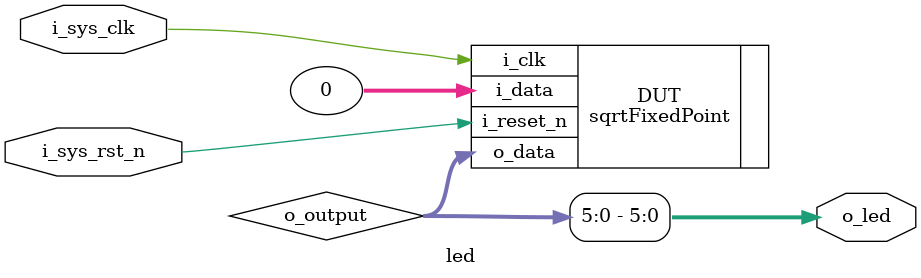
<source format=v>
module led (
    input   wire            i_sys_clk,          // clk input
    input   wire            i_sys_rst_n,        // reset input
    output  wire     [5:0]   o_led    // 6 LEDS pin
);

// module sqrtFixedPoint(
//     input   wire    [0:0]   i_clk,
//     input   wire    [0:0]   i_reset_n,
//     input   wire    [7:0]   i_data,
//     output  reg     [7:0]   o_data
// );
wire [7:0] o_output;
sqrtFixedPoint DUT(
    .i_clk(i_sys_clk),
    .i_reset_n(i_sys_rst_n),
    .i_data('h00),  // Example input data, modify as needed
    .o_data(o_output)   // Connect output to LED pins
);
assign o_led = o_output[5:0]; // Assign the first 6 bits to the LED output    

endmodule

</source>
